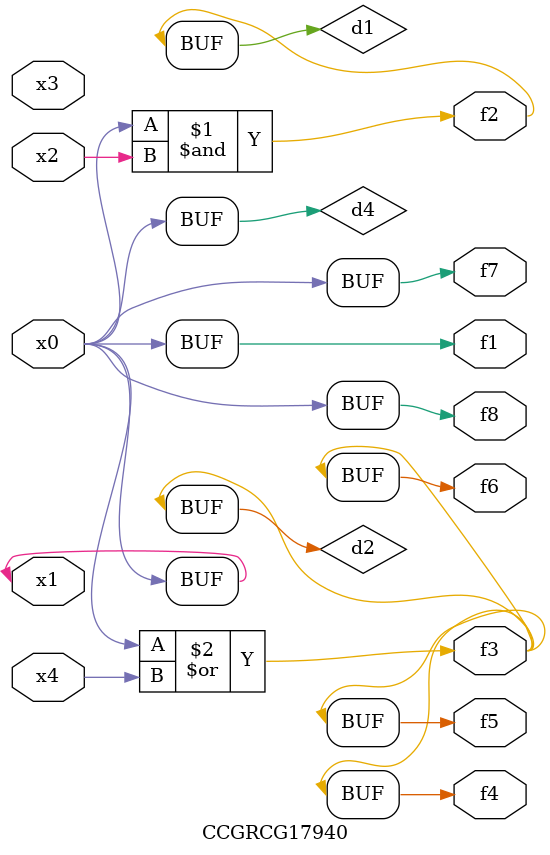
<source format=v>
module CCGRCG17940(
	input x0, x1, x2, x3, x4,
	output f1, f2, f3, f4, f5, f6, f7, f8
);

	wire d1, d2, d3, d4;

	and (d1, x0, x2);
	or (d2, x0, x4);
	nand (d3, x0, x2);
	buf (d4, x0, x1);
	assign f1 = d4;
	assign f2 = d1;
	assign f3 = d2;
	assign f4 = d2;
	assign f5 = d2;
	assign f6 = d2;
	assign f7 = d4;
	assign f8 = d4;
endmodule

</source>
